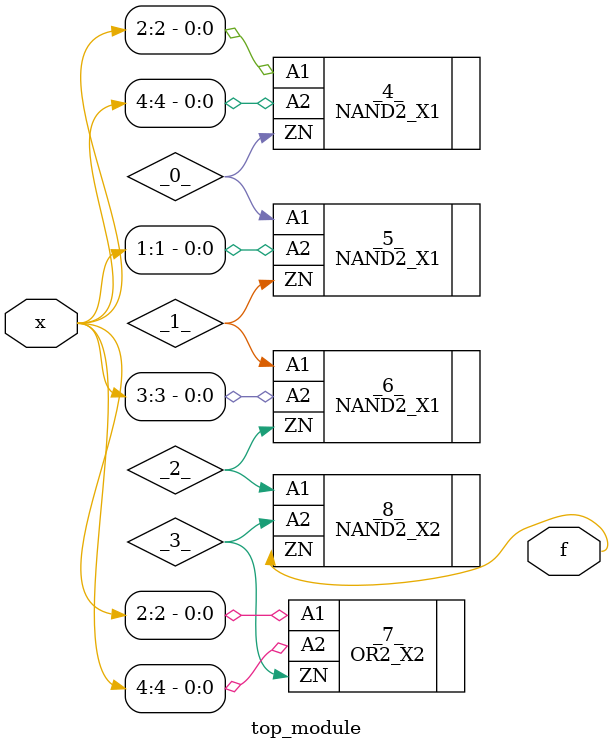
<source format=v>
/* Generated by Yosys 0.38+92 (git sha1 84116c9a3, x86_64-conda-linux-gnu-cc 11.2.0 -fvisibility-inlines-hidden -fmessage-length=0 -march=nocona -mtune=haswell -ftree-vectorize -fPIC -fstack-protector-strong -fno-plt -O2 -ffunction-sections -fdebug-prefix-map=/root/conda-eda/conda-eda/workdir/conda-env/conda-bld/yosys_1708682838165/work=/usr/local/src/conda/yosys-0.38_93_g84116c9a3 -fdebug-prefix-map=/mnt/shared-scratch/Rajendran_J/matthewdelorenzo/miniconda3/envs/rltf=/usr/local/src/conda-prefix -fPIC -Os -fno-merge-constants) */

module top_module(x, f);
  wire _0_;
  wire _1_;
  wire _2_;
  wire _3_;
  output f;
  wire f;
  input [4:1] x;
  wire [4:1] x;
  NAND2_X1 _4_ (
    .A1(x[2]),
    .A2(x[4]),
    .ZN(_0_)
  );
  NAND2_X1 _5_ (
    .A1(_0_),
    .A2(x[1]),
    .ZN(_1_)
  );
  NAND2_X1 _6_ (
    .A1(_1_),
    .A2(x[3]),
    .ZN(_2_)
  );
  OR2_X2 _7_ (
    .A1(x[2]),
    .A2(x[4]),
    .ZN(_3_)
  );
  NAND2_X2 _8_ (
    .A1(_2_),
    .A2(_3_),
    .ZN(f)
  );
endmodule

</source>
